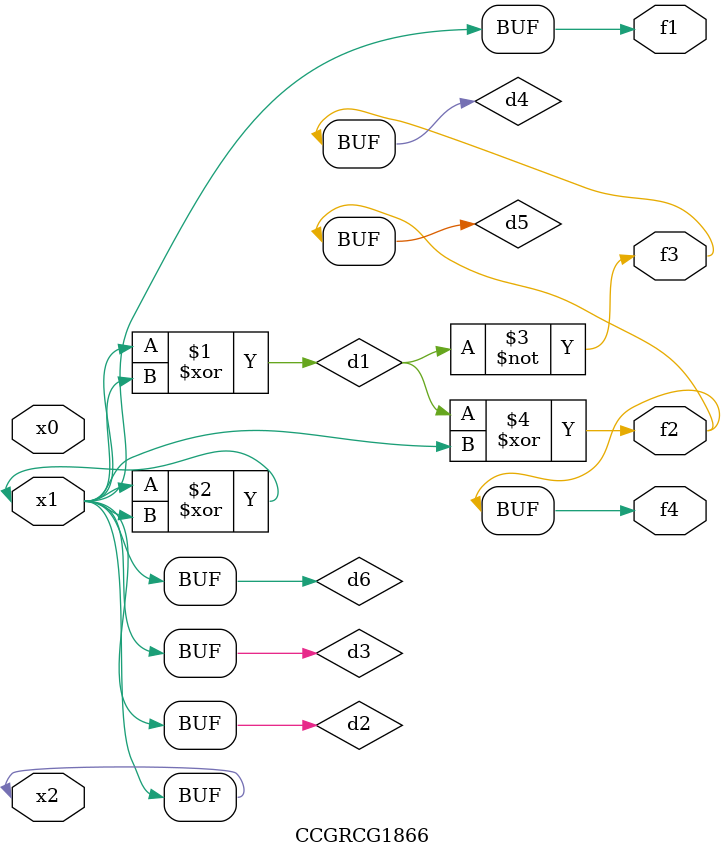
<source format=v>
module CCGRCG1866(
	input x0, x1, x2,
	output f1, f2, f3, f4
);

	wire d1, d2, d3, d4, d5, d6;

	xor (d1, x1, x2);
	buf (d2, x1, x2);
	xor (d3, x1, x2);
	nor (d4, d1);
	xor (d5, d1, d2);
	buf (d6, d2, d3);
	assign f1 = d6;
	assign f2 = d5;
	assign f3 = d4;
	assign f4 = d5;
endmodule

</source>
